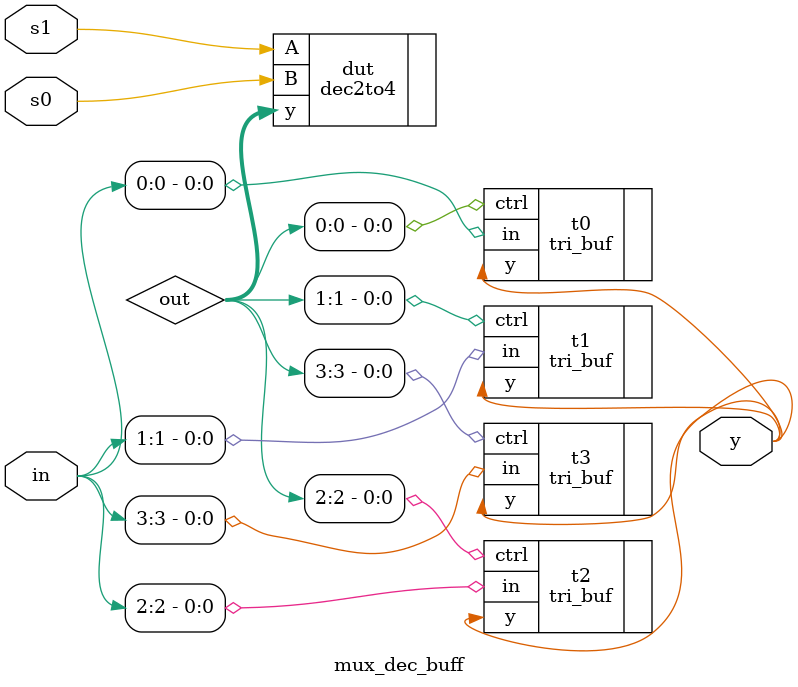
<source format=v>



module mux_dec_buff(
    input [3:0] in,
    input s1, s0,
    output wor y   // Make output wired-OR!
);

    wire [3:0] out;

    // Instantiate decoder
    dec2to4 dut(.A(s1), .B(s0), .y(out));

    // Directly connect buffers to output 'y'
    tri_buf t0(.in(in[0]), .ctrl(out[0]), .y(y));
    tri_buf t1(.in(in[1]), .ctrl(out[1]), .y(y));
    tri_buf t2(.in(in[2]), .ctrl(out[2]), .y(y));
    tri_buf t3(.in(in[3]), .ctrl(out[3]), .y(y));

endmodule

</source>
